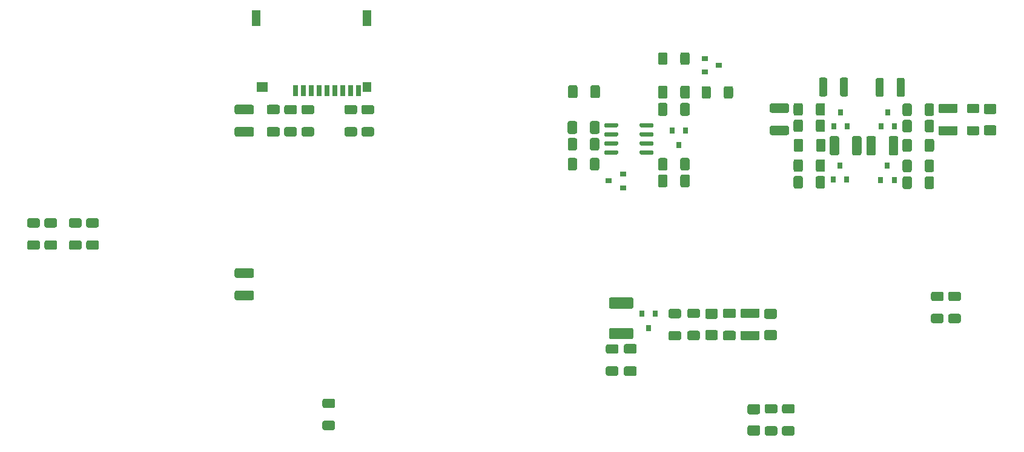
<source format=gbr>
%TF.GenerationSoftware,KiCad,Pcbnew,5.1.12-5.1.12*%
%TF.CreationDate,2022-01-05T19:05:45+02:00*%
%TF.ProjectId,gb_1_0_pico,67625f31-5f30-45f7-9069-636f2e6b6963,rev?*%
%TF.SameCoordinates,Original*%
%TF.FileFunction,Paste,Top*%
%TF.FilePolarity,Positive*%
%FSLAX46Y46*%
G04 Gerber Fmt 4.6, Leading zero omitted, Abs format (unit mm)*
G04 Created by KiCad (PCBNEW 5.1.12-5.1.12) date 2022-01-05 19:05:45*
%MOMM*%
%LPD*%
G01*
G04 APERTURE LIST*
%ADD10R,1.200000X2.200000*%
%ADD11R,1.600000X1.400000*%
%ADD12R,1.200000X1.400000*%
%ADD13R,0.700000X1.600000*%
%ADD14R,0.800000X0.900000*%
%ADD15R,0.900000X0.800000*%
G04 APERTURE END LIST*
D10*
%TO.C,XS1*%
X121028000Y-55772000D03*
X136528000Y-55772000D03*
D11*
X121928000Y-65372000D03*
D12*
X136528000Y-65372000D03*
D13*
X135378000Y-65872000D03*
X133178000Y-65872000D03*
X134278000Y-65872000D03*
X132078000Y-65872000D03*
X130978000Y-65872000D03*
X129878000Y-65872000D03*
X126578000Y-65872000D03*
X127678000Y-65872000D03*
X128778000Y-65872000D03*
%TD*%
%TO.C,R5*%
G36*
G01*
X134903000Y-69204000D02*
X133653000Y-69204000D01*
G75*
G02*
X133403000Y-68954000I0J250000D01*
G01*
X133403000Y-68154000D01*
G75*
G02*
X133653000Y-67904000I250000J0D01*
G01*
X134903000Y-67904000D01*
G75*
G02*
X135153000Y-68154000I0J-250000D01*
G01*
X135153000Y-68954000D01*
G75*
G02*
X134903000Y-69204000I-250000J0D01*
G01*
G37*
G36*
G01*
X134903000Y-72304000D02*
X133653000Y-72304000D01*
G75*
G02*
X133403000Y-72054000I0J250000D01*
G01*
X133403000Y-71254000D01*
G75*
G02*
X133653000Y-71004000I250000J0D01*
G01*
X134903000Y-71004000D01*
G75*
G02*
X135153000Y-71254000I0J-250000D01*
G01*
X135153000Y-72054000D01*
G75*
G02*
X134903000Y-72304000I-250000J0D01*
G01*
G37*
%TD*%
%TO.C,R7*%
G36*
G01*
X126482000Y-72304000D02*
X125232000Y-72304000D01*
G75*
G02*
X124982000Y-72054000I0J250000D01*
G01*
X124982000Y-71254000D01*
G75*
G02*
X125232000Y-71004000I250000J0D01*
G01*
X126482000Y-71004000D01*
G75*
G02*
X126732000Y-71254000I0J-250000D01*
G01*
X126732000Y-72054000D01*
G75*
G02*
X126482000Y-72304000I-250000J0D01*
G01*
G37*
G36*
G01*
X126482000Y-69204000D02*
X125232000Y-69204000D01*
G75*
G02*
X124982000Y-68954000I0J250000D01*
G01*
X124982000Y-68154000D01*
G75*
G02*
X125232000Y-67904000I250000J0D01*
G01*
X126482000Y-67904000D01*
G75*
G02*
X126732000Y-68154000I0J-250000D01*
G01*
X126732000Y-68954000D01*
G75*
G02*
X126482000Y-69204000I-250000J0D01*
G01*
G37*
%TD*%
%TO.C,C9*%
G36*
G01*
X122793999Y-71004000D02*
X124094001Y-71004000D01*
G75*
G02*
X124344000Y-71253999I0J-249999D01*
G01*
X124344000Y-72079001D01*
G75*
G02*
X124094001Y-72329000I-249999J0D01*
G01*
X122793999Y-72329000D01*
G75*
G02*
X122544000Y-72079001I0J249999D01*
G01*
X122544000Y-71253999D01*
G75*
G02*
X122793999Y-71004000I249999J0D01*
G01*
G37*
G36*
G01*
X122793999Y-67879000D02*
X124094001Y-67879000D01*
G75*
G02*
X124344000Y-68128999I0J-249999D01*
G01*
X124344000Y-68954001D01*
G75*
G02*
X124094001Y-69204000I-249999J0D01*
G01*
X122793999Y-69204000D01*
G75*
G02*
X122544000Y-68954001I0J249999D01*
G01*
X122544000Y-68128999D01*
G75*
G02*
X122793999Y-67879000I249999J0D01*
G01*
G37*
%TD*%
%TO.C,R6*%
G36*
G01*
X128895000Y-72304000D02*
X127645000Y-72304000D01*
G75*
G02*
X127395000Y-72054000I0J250000D01*
G01*
X127395000Y-71254000D01*
G75*
G02*
X127645000Y-71004000I250000J0D01*
G01*
X128895000Y-71004000D01*
G75*
G02*
X129145000Y-71254000I0J-250000D01*
G01*
X129145000Y-72054000D01*
G75*
G02*
X128895000Y-72304000I-250000J0D01*
G01*
G37*
G36*
G01*
X128895000Y-69204000D02*
X127645000Y-69204000D01*
G75*
G02*
X127395000Y-68954000I0J250000D01*
G01*
X127395000Y-68154000D01*
G75*
G02*
X127645000Y-67904000I250000J0D01*
G01*
X128895000Y-67904000D01*
G75*
G02*
X129145000Y-68154000I0J-250000D01*
G01*
X129145000Y-68954000D01*
G75*
G02*
X128895000Y-69204000I-250000J0D01*
G01*
G37*
%TD*%
%TO.C,R3*%
G36*
G01*
X193665000Y-111114000D02*
X192415000Y-111114000D01*
G75*
G02*
X192165000Y-110864000I0J250000D01*
G01*
X192165000Y-110064000D01*
G75*
G02*
X192415000Y-109814000I250000J0D01*
G01*
X193665000Y-109814000D01*
G75*
G02*
X193915000Y-110064000I0J-250000D01*
G01*
X193915000Y-110864000D01*
G75*
G02*
X193665000Y-111114000I-250000J0D01*
G01*
G37*
G36*
G01*
X193665000Y-114214000D02*
X192415000Y-114214000D01*
G75*
G02*
X192165000Y-113964000I0J250000D01*
G01*
X192165000Y-113164000D01*
G75*
G02*
X192415000Y-112914000I250000J0D01*
G01*
X193665000Y-112914000D01*
G75*
G02*
X193915000Y-113164000I0J-250000D01*
G01*
X193915000Y-113964000D01*
G75*
G02*
X193665000Y-114214000I-250000J0D01*
G01*
G37*
%TD*%
%TO.C,D2*%
G36*
G01*
X191252000Y-111239000D02*
X190002000Y-111239000D01*
G75*
G02*
X189752000Y-110989000I0J250000D01*
G01*
X189752000Y-110064000D01*
G75*
G02*
X190002000Y-109814000I250000J0D01*
G01*
X191252000Y-109814000D01*
G75*
G02*
X191502000Y-110064000I0J-250000D01*
G01*
X191502000Y-110989000D01*
G75*
G02*
X191252000Y-111239000I-250000J0D01*
G01*
G37*
G36*
G01*
X191252000Y-114214000D02*
X190002000Y-114214000D01*
G75*
G02*
X189752000Y-113964000I0J250000D01*
G01*
X189752000Y-113039000D01*
G75*
G02*
X190002000Y-112789000I250000J0D01*
G01*
X191252000Y-112789000D01*
G75*
G02*
X191502000Y-113039000I0J-250000D01*
G01*
X191502000Y-113964000D01*
G75*
G02*
X191252000Y-114214000I-250000J0D01*
G01*
G37*
%TD*%
%TO.C,C2*%
G36*
G01*
X186553999Y-96421000D02*
X187854001Y-96421000D01*
G75*
G02*
X188104000Y-96670999I0J-249999D01*
G01*
X188104000Y-97496001D01*
G75*
G02*
X187854001Y-97746000I-249999J0D01*
G01*
X186553999Y-97746000D01*
G75*
G02*
X186304000Y-97496001I0J249999D01*
G01*
X186304000Y-96670999D01*
G75*
G02*
X186553999Y-96421000I249999J0D01*
G01*
G37*
G36*
G01*
X186553999Y-99546000D02*
X187854001Y-99546000D01*
G75*
G02*
X188104000Y-99795999I0J-249999D01*
G01*
X188104000Y-100621001D01*
G75*
G02*
X187854001Y-100871000I-249999J0D01*
G01*
X186553999Y-100871000D01*
G75*
G02*
X186304000Y-100621001I0J249999D01*
G01*
X186304000Y-99795999D01*
G75*
G02*
X186553999Y-99546000I249999J0D01*
G01*
G37*
%TD*%
%TO.C,C4*%
G36*
G01*
X164653000Y-66690001D02*
X164653000Y-65389999D01*
G75*
G02*
X164902999Y-65140000I249999J0D01*
G01*
X165728001Y-65140000D01*
G75*
G02*
X165978000Y-65389999I0J-249999D01*
G01*
X165978000Y-66690001D01*
G75*
G02*
X165728001Y-66940000I-249999J0D01*
G01*
X164902999Y-66940000D01*
G75*
G02*
X164653000Y-66690001I0J249999D01*
G01*
G37*
G36*
G01*
X167778000Y-66690001D02*
X167778000Y-65389999D01*
G75*
G02*
X168027999Y-65140000I249999J0D01*
G01*
X168853001Y-65140000D01*
G75*
G02*
X169103000Y-65389999I0J-249999D01*
G01*
X169103000Y-66690001D01*
G75*
G02*
X168853001Y-66940000I-249999J0D01*
G01*
X168027999Y-66940000D01*
G75*
G02*
X167778000Y-66690001I0J249999D01*
G01*
G37*
%TD*%
%TO.C,C5*%
G36*
G01*
X174005001Y-102732000D02*
X172704999Y-102732000D01*
G75*
G02*
X172455000Y-102482001I0J249999D01*
G01*
X172455000Y-101656999D01*
G75*
G02*
X172704999Y-101407000I249999J0D01*
G01*
X174005001Y-101407000D01*
G75*
G02*
X174255000Y-101656999I0J-249999D01*
G01*
X174255000Y-102482001D01*
G75*
G02*
X174005001Y-102732000I-249999J0D01*
G01*
G37*
G36*
G01*
X174005001Y-105857000D02*
X172704999Y-105857000D01*
G75*
G02*
X172455000Y-105607001I0J249999D01*
G01*
X172455000Y-104781999D01*
G75*
G02*
X172704999Y-104532000I249999J0D01*
G01*
X174005001Y-104532000D01*
G75*
G02*
X174255000Y-104781999I0J-249999D01*
G01*
X174255000Y-105607001D01*
G75*
G02*
X174005001Y-105857000I-249999J0D01*
G01*
G37*
%TD*%
%TO.C,D1*%
G36*
G01*
X185329000Y-100846000D02*
X184079000Y-100846000D01*
G75*
G02*
X183829000Y-100596000I0J250000D01*
G01*
X183829000Y-99671000D01*
G75*
G02*
X184079000Y-99421000I250000J0D01*
G01*
X185329000Y-99421000D01*
G75*
G02*
X185579000Y-99671000I0J-250000D01*
G01*
X185579000Y-100596000D01*
G75*
G02*
X185329000Y-100846000I-250000J0D01*
G01*
G37*
G36*
G01*
X185329000Y-97871000D02*
X184079000Y-97871000D01*
G75*
G02*
X183829000Y-97621000I0J250000D01*
G01*
X183829000Y-96696000D01*
G75*
G02*
X184079000Y-96446000I250000J0D01*
G01*
X185329000Y-96446000D01*
G75*
G02*
X185579000Y-96696000I0J-250000D01*
G01*
X185579000Y-97621000D01*
G75*
G02*
X185329000Y-97871000I-250000J0D01*
G01*
G37*
%TD*%
%TO.C,F1*%
G36*
G01*
X192341000Y-96446000D02*
X193591000Y-96446000D01*
G75*
G02*
X193841000Y-96696000I0J-250000D01*
G01*
X193841000Y-97621000D01*
G75*
G02*
X193591000Y-97871000I-250000J0D01*
G01*
X192341000Y-97871000D01*
G75*
G02*
X192091000Y-97621000I0J250000D01*
G01*
X192091000Y-96696000D01*
G75*
G02*
X192341000Y-96446000I250000J0D01*
G01*
G37*
G36*
G01*
X192341000Y-99421000D02*
X193591000Y-99421000D01*
G75*
G02*
X193841000Y-99671000I0J-250000D01*
G01*
X193841000Y-100596000D01*
G75*
G02*
X193591000Y-100846000I-250000J0D01*
G01*
X192341000Y-100846000D01*
G75*
G02*
X192091000Y-100596000I0J250000D01*
G01*
X192091000Y-99671000D01*
G75*
G02*
X192341000Y-99421000I250000J0D01*
G01*
G37*
%TD*%
D14*
%TO.C,Q1*%
X176845000Y-97171000D03*
X174945000Y-97171000D03*
X175895000Y-99171000D03*
%TD*%
%TO.C,R1*%
G36*
G01*
X180203000Y-97779000D02*
X178953000Y-97779000D01*
G75*
G02*
X178703000Y-97529000I0J250000D01*
G01*
X178703000Y-96729000D01*
G75*
G02*
X178953000Y-96479000I250000J0D01*
G01*
X180203000Y-96479000D01*
G75*
G02*
X180453000Y-96729000I0J-250000D01*
G01*
X180453000Y-97529000D01*
G75*
G02*
X180203000Y-97779000I-250000J0D01*
G01*
G37*
G36*
G01*
X180203000Y-100879000D02*
X178953000Y-100879000D01*
G75*
G02*
X178703000Y-100629000I0J250000D01*
G01*
X178703000Y-99829000D01*
G75*
G02*
X178953000Y-99579000I250000J0D01*
G01*
X180203000Y-99579000D01*
G75*
G02*
X180453000Y-99829000I0J-250000D01*
G01*
X180453000Y-100629000D01*
G75*
G02*
X180203000Y-100879000I-250000J0D01*
G01*
G37*
%TD*%
%TO.C,R2*%
G36*
G01*
X182829000Y-97746000D02*
X181579000Y-97746000D01*
G75*
G02*
X181329000Y-97496000I0J250000D01*
G01*
X181329000Y-96696000D01*
G75*
G02*
X181579000Y-96446000I250000J0D01*
G01*
X182829000Y-96446000D01*
G75*
G02*
X183079000Y-96696000I0J-250000D01*
G01*
X183079000Y-97496000D01*
G75*
G02*
X182829000Y-97746000I-250000J0D01*
G01*
G37*
G36*
G01*
X182829000Y-100846000D02*
X181579000Y-100846000D01*
G75*
G02*
X181329000Y-100596000I0J250000D01*
G01*
X181329000Y-99796000D01*
G75*
G02*
X181579000Y-99546000I250000J0D01*
G01*
X182829000Y-99546000D01*
G75*
G02*
X183079000Y-99796000I0J-250000D01*
G01*
X183079000Y-100596000D01*
G75*
G02*
X182829000Y-100846000I-250000J0D01*
G01*
G37*
%TD*%
%TO.C,R4*%
G36*
G01*
X171440000Y-105832000D02*
X170190000Y-105832000D01*
G75*
G02*
X169940000Y-105582000I0J250000D01*
G01*
X169940000Y-104782000D01*
G75*
G02*
X170190000Y-104532000I250000J0D01*
G01*
X171440000Y-104532000D01*
G75*
G02*
X171690000Y-104782000I0J-250000D01*
G01*
X171690000Y-105582000D01*
G75*
G02*
X171440000Y-105832000I-250000J0D01*
G01*
G37*
G36*
G01*
X171440000Y-102732000D02*
X170190000Y-102732000D01*
G75*
G02*
X169940000Y-102482000I0J250000D01*
G01*
X169940000Y-101682000D01*
G75*
G02*
X170190000Y-101432000I250000J0D01*
G01*
X171440000Y-101432000D01*
G75*
G02*
X171690000Y-101682000I0J-250000D01*
G01*
X171690000Y-102482000D01*
G75*
G02*
X171440000Y-102732000I-250000J0D01*
G01*
G37*
%TD*%
%TO.C,R11*%
G36*
G01*
X181651000Y-60779500D02*
X181651000Y-62029500D01*
G75*
G02*
X181401000Y-62279500I-250000J0D01*
G01*
X180601000Y-62279500D01*
G75*
G02*
X180351000Y-62029500I0J250000D01*
G01*
X180351000Y-60779500D01*
G75*
G02*
X180601000Y-60529500I250000J0D01*
G01*
X181401000Y-60529500D01*
G75*
G02*
X181651000Y-60779500I0J-250000D01*
G01*
G37*
G36*
G01*
X178551000Y-60779500D02*
X178551000Y-62029500D01*
G75*
G02*
X178301000Y-62279500I-250000J0D01*
G01*
X177501000Y-62279500D01*
G75*
G02*
X177251000Y-62029500I0J250000D01*
G01*
X177251000Y-60779500D01*
G75*
G02*
X177501000Y-60529500I250000J0D01*
G01*
X178301000Y-60529500D01*
G75*
G02*
X178551000Y-60779500I0J-250000D01*
G01*
G37*
%TD*%
%TO.C,R12*%
G36*
G01*
X186421600Y-66766600D02*
X186421600Y-65516600D01*
G75*
G02*
X186671600Y-65266600I250000J0D01*
G01*
X187471600Y-65266600D01*
G75*
G02*
X187721600Y-65516600I0J-250000D01*
G01*
X187721600Y-66766600D01*
G75*
G02*
X187471600Y-67016600I-250000J0D01*
G01*
X186671600Y-67016600D01*
G75*
G02*
X186421600Y-66766600I0J250000D01*
G01*
G37*
G36*
G01*
X183321600Y-66766600D02*
X183321600Y-65516600D01*
G75*
G02*
X183571600Y-65266600I250000J0D01*
G01*
X184371600Y-65266600D01*
G75*
G02*
X184621600Y-65516600I0J-250000D01*
G01*
X184621600Y-66766600D01*
G75*
G02*
X184371600Y-67016600I-250000J0D01*
G01*
X183571600Y-67016600D01*
G75*
G02*
X183321600Y-66766600I0J250000D01*
G01*
G37*
%TD*%
%TO.C,C3*%
G36*
G01*
X170634999Y-94865000D02*
X173535001Y-94865000D01*
G75*
G02*
X173785000Y-95114999I0J-249999D01*
G01*
X173785000Y-96190001D01*
G75*
G02*
X173535001Y-96440000I-249999J0D01*
G01*
X170634999Y-96440000D01*
G75*
G02*
X170385000Y-96190001I0J249999D01*
G01*
X170385000Y-95114999D01*
G75*
G02*
X170634999Y-94865000I249999J0D01*
G01*
G37*
G36*
G01*
X170634999Y-99140000D02*
X173535001Y-99140000D01*
G75*
G02*
X173785000Y-99389999I0J-249999D01*
G01*
X173785000Y-100465001D01*
G75*
G02*
X173535001Y-100715000I-249999J0D01*
G01*
X170634999Y-100715000D01*
G75*
G02*
X170385000Y-100465001I0J249999D01*
G01*
X170385000Y-99389999D01*
G75*
G02*
X170634999Y-99140000I249999J0D01*
G01*
G37*
%TD*%
%TO.C,R8*%
G36*
G01*
X95133000Y-86879000D02*
X96383000Y-86879000D01*
G75*
G02*
X96633000Y-87129000I0J-250000D01*
G01*
X96633000Y-87929000D01*
G75*
G02*
X96383000Y-88179000I-250000J0D01*
G01*
X95133000Y-88179000D01*
G75*
G02*
X94883000Y-87929000I0J250000D01*
G01*
X94883000Y-87129000D01*
G75*
G02*
X95133000Y-86879000I250000J0D01*
G01*
G37*
G36*
G01*
X95133000Y-83779000D02*
X96383000Y-83779000D01*
G75*
G02*
X96633000Y-84029000I0J-250000D01*
G01*
X96633000Y-84829000D01*
G75*
G02*
X96383000Y-85079000I-250000J0D01*
G01*
X95133000Y-85079000D01*
G75*
G02*
X94883000Y-84829000I0J250000D01*
G01*
X94883000Y-84029000D01*
G75*
G02*
X95133000Y-83779000I250000J0D01*
G01*
G37*
%TD*%
%TO.C,R13*%
G36*
G01*
X92954000Y-88179000D02*
X91704000Y-88179000D01*
G75*
G02*
X91454000Y-87929000I0J250000D01*
G01*
X91454000Y-87129000D01*
G75*
G02*
X91704000Y-86879000I250000J0D01*
G01*
X92954000Y-86879000D01*
G75*
G02*
X93204000Y-87129000I0J-250000D01*
G01*
X93204000Y-87929000D01*
G75*
G02*
X92954000Y-88179000I-250000J0D01*
G01*
G37*
G36*
G01*
X92954000Y-85079000D02*
X91704000Y-85079000D01*
G75*
G02*
X91454000Y-84829000I0J250000D01*
G01*
X91454000Y-84029000D01*
G75*
G02*
X91704000Y-83779000I250000J0D01*
G01*
X92954000Y-83779000D01*
G75*
G02*
X93204000Y-84029000I0J-250000D01*
G01*
X93204000Y-84829000D01*
G75*
G02*
X92954000Y-85079000I-250000J0D01*
G01*
G37*
%TD*%
%TO.C,R14*%
G36*
G01*
X90541000Y-85079000D02*
X89291000Y-85079000D01*
G75*
G02*
X89041000Y-84829000I0J250000D01*
G01*
X89041000Y-84029000D01*
G75*
G02*
X89291000Y-83779000I250000J0D01*
G01*
X90541000Y-83779000D01*
G75*
G02*
X90791000Y-84029000I0J-250000D01*
G01*
X90791000Y-84829000D01*
G75*
G02*
X90541000Y-85079000I-250000J0D01*
G01*
G37*
G36*
G01*
X90541000Y-88179000D02*
X89291000Y-88179000D01*
G75*
G02*
X89041000Y-87929000I0J250000D01*
G01*
X89041000Y-87129000D01*
G75*
G02*
X89291000Y-86879000I250000J0D01*
G01*
X90541000Y-86879000D01*
G75*
G02*
X90791000Y-87129000I0J-250000D01*
G01*
X90791000Y-87929000D01*
G75*
G02*
X90541000Y-88179000I-250000J0D01*
G01*
G37*
%TD*%
%TO.C,R15*%
G36*
G01*
X98796000Y-88179000D02*
X97546000Y-88179000D01*
G75*
G02*
X97296000Y-87929000I0J250000D01*
G01*
X97296000Y-87129000D01*
G75*
G02*
X97546000Y-86879000I250000J0D01*
G01*
X98796000Y-86879000D01*
G75*
G02*
X99046000Y-87129000I0J-250000D01*
G01*
X99046000Y-87929000D01*
G75*
G02*
X98796000Y-88179000I-250000J0D01*
G01*
G37*
G36*
G01*
X98796000Y-85079000D02*
X97546000Y-85079000D01*
G75*
G02*
X97296000Y-84829000I0J250000D01*
G01*
X97296000Y-84029000D01*
G75*
G02*
X97546000Y-83779000I250000J0D01*
G01*
X98796000Y-83779000D01*
G75*
G02*
X99046000Y-84029000I0J-250000D01*
G01*
X99046000Y-84829000D01*
G75*
G02*
X98796000Y-85079000I-250000J0D01*
G01*
G37*
%TD*%
%TO.C,R16*%
G36*
G01*
X218069000Y-97166000D02*
X219319000Y-97166000D01*
G75*
G02*
X219569000Y-97416000I0J-250000D01*
G01*
X219569000Y-98216000D01*
G75*
G02*
X219319000Y-98466000I-250000J0D01*
G01*
X218069000Y-98466000D01*
G75*
G02*
X217819000Y-98216000I0J250000D01*
G01*
X217819000Y-97416000D01*
G75*
G02*
X218069000Y-97166000I250000J0D01*
G01*
G37*
G36*
G01*
X218069000Y-94066000D02*
X219319000Y-94066000D01*
G75*
G02*
X219569000Y-94316000I0J-250000D01*
G01*
X219569000Y-95116000D01*
G75*
G02*
X219319000Y-95366000I-250000J0D01*
G01*
X218069000Y-95366000D01*
G75*
G02*
X217819000Y-95116000I0J250000D01*
G01*
X217819000Y-94316000D01*
G75*
G02*
X218069000Y-94066000I250000J0D01*
G01*
G37*
%TD*%
%TO.C,R17*%
G36*
G01*
X215656000Y-94066000D02*
X216906000Y-94066000D01*
G75*
G02*
X217156000Y-94316000I0J-250000D01*
G01*
X217156000Y-95116000D01*
G75*
G02*
X216906000Y-95366000I-250000J0D01*
G01*
X215656000Y-95366000D01*
G75*
G02*
X215406000Y-95116000I0J250000D01*
G01*
X215406000Y-94316000D01*
G75*
G02*
X215656000Y-94066000I250000J0D01*
G01*
G37*
G36*
G01*
X215656000Y-97166000D02*
X216906000Y-97166000D01*
G75*
G02*
X217156000Y-97416000I0J-250000D01*
G01*
X217156000Y-98216000D01*
G75*
G02*
X216906000Y-98466000I-250000J0D01*
G01*
X215656000Y-98466000D01*
G75*
G02*
X215406000Y-98216000I0J250000D01*
G01*
X215406000Y-97416000D01*
G75*
G02*
X215656000Y-97166000I250000J0D01*
G01*
G37*
%TD*%
%TO.C,R18*%
G36*
G01*
X131816000Y-113452000D02*
X130566000Y-113452000D01*
G75*
G02*
X130316000Y-113202000I0J250000D01*
G01*
X130316000Y-112402000D01*
G75*
G02*
X130566000Y-112152000I250000J0D01*
G01*
X131816000Y-112152000D01*
G75*
G02*
X132066000Y-112402000I0J-250000D01*
G01*
X132066000Y-113202000D01*
G75*
G02*
X131816000Y-113452000I-250000J0D01*
G01*
G37*
G36*
G01*
X131816000Y-110352000D02*
X130566000Y-110352000D01*
G75*
G02*
X130316000Y-110102000I0J250000D01*
G01*
X130316000Y-109302000D01*
G75*
G02*
X130566000Y-109052000I250000J0D01*
G01*
X131816000Y-109052000D01*
G75*
G02*
X132066000Y-109302000I0J-250000D01*
G01*
X132066000Y-110102000D01*
G75*
G02*
X131816000Y-110352000I-250000J0D01*
G01*
G37*
%TD*%
%TO.C,R19*%
G36*
G01*
X137277000Y-69204000D02*
X136027000Y-69204000D01*
G75*
G02*
X135777000Y-68954000I0J250000D01*
G01*
X135777000Y-68154000D01*
G75*
G02*
X136027000Y-67904000I250000J0D01*
G01*
X137277000Y-67904000D01*
G75*
G02*
X137527000Y-68154000I0J-250000D01*
G01*
X137527000Y-68954000D01*
G75*
G02*
X137277000Y-69204000I-250000J0D01*
G01*
G37*
G36*
G01*
X137277000Y-72304000D02*
X136027000Y-72304000D01*
G75*
G02*
X135777000Y-72054000I0J250000D01*
G01*
X135777000Y-71254000D01*
G75*
G02*
X136027000Y-71004000I250000J0D01*
G01*
X137277000Y-71004000D01*
G75*
G02*
X137527000Y-71254000I0J-250000D01*
G01*
X137527000Y-72054000D01*
G75*
G02*
X137277000Y-72304000I-250000J0D01*
G01*
G37*
%TD*%
%TO.C,R20*%
G36*
G01*
X194828000Y-109814000D02*
X196078000Y-109814000D01*
G75*
G02*
X196328000Y-110064000I0J-250000D01*
G01*
X196328000Y-110864000D01*
G75*
G02*
X196078000Y-111114000I-250000J0D01*
G01*
X194828000Y-111114000D01*
G75*
G02*
X194578000Y-110864000I0J250000D01*
G01*
X194578000Y-110064000D01*
G75*
G02*
X194828000Y-109814000I250000J0D01*
G01*
G37*
G36*
G01*
X194828000Y-112914000D02*
X196078000Y-112914000D01*
G75*
G02*
X196328000Y-113164000I0J-250000D01*
G01*
X196328000Y-113964000D01*
G75*
G02*
X196078000Y-114214000I-250000J0D01*
G01*
X194828000Y-114214000D01*
G75*
G02*
X194578000Y-113964000I0J250000D01*
G01*
X194578000Y-113164000D01*
G75*
G02*
X194828000Y-112914000I250000J0D01*
G01*
G37*
%TD*%
%TO.C,C10*%
G36*
G01*
X165914500Y-70406499D02*
X165914500Y-71706501D01*
G75*
G02*
X165664501Y-71956500I-249999J0D01*
G01*
X164839499Y-71956500D01*
G75*
G02*
X164589500Y-71706501I0J249999D01*
G01*
X164589500Y-70406499D01*
G75*
G02*
X164839499Y-70156500I249999J0D01*
G01*
X165664501Y-70156500D01*
G75*
G02*
X165914500Y-70406499I0J-249999D01*
G01*
G37*
G36*
G01*
X169039500Y-70406499D02*
X169039500Y-71706501D01*
G75*
G02*
X168789501Y-71956500I-249999J0D01*
G01*
X167964499Y-71956500D01*
G75*
G02*
X167714500Y-71706501I0J249999D01*
G01*
X167714500Y-70406499D01*
G75*
G02*
X167964499Y-70156500I249999J0D01*
G01*
X168789501Y-70156500D01*
G75*
G02*
X169039500Y-70406499I0J-249999D01*
G01*
G37*
%TD*%
%TO.C,C11*%
G36*
G01*
X177226000Y-79186801D02*
X177226000Y-77886799D01*
G75*
G02*
X177475999Y-77636800I249999J0D01*
G01*
X178301001Y-77636800D01*
G75*
G02*
X178551000Y-77886799I0J-249999D01*
G01*
X178551000Y-79186801D01*
G75*
G02*
X178301001Y-79436800I-249999J0D01*
G01*
X177475999Y-79436800D01*
G75*
G02*
X177226000Y-79186801I0J249999D01*
G01*
G37*
G36*
G01*
X180351000Y-79186801D02*
X180351000Y-77886799D01*
G75*
G02*
X180600999Y-77636800I249999J0D01*
G01*
X181426001Y-77636800D01*
G75*
G02*
X181676000Y-77886799I0J-249999D01*
G01*
X181676000Y-79186801D01*
G75*
G02*
X181426001Y-79436800I-249999J0D01*
G01*
X180600999Y-79436800D01*
G75*
G02*
X180351000Y-79186801I0J249999D01*
G01*
G37*
%TD*%
%TO.C,C12*%
G36*
G01*
X180351000Y-66753501D02*
X180351000Y-65453499D01*
G75*
G02*
X180600999Y-65203500I249999J0D01*
G01*
X181426001Y-65203500D01*
G75*
G02*
X181676000Y-65453499I0J-249999D01*
G01*
X181676000Y-66753501D01*
G75*
G02*
X181426001Y-67003500I-249999J0D01*
G01*
X180600999Y-67003500D01*
G75*
G02*
X180351000Y-66753501I0J249999D01*
G01*
G37*
G36*
G01*
X177226000Y-66753501D02*
X177226000Y-65453499D01*
G75*
G02*
X177475999Y-65203500I249999J0D01*
G01*
X178301001Y-65203500D01*
G75*
G02*
X178551000Y-65453499I0J-249999D01*
G01*
X178551000Y-66753501D01*
G75*
G02*
X178301001Y-67003500I-249999J0D01*
G01*
X177475999Y-67003500D01*
G75*
G02*
X177226000Y-66753501I0J249999D01*
G01*
G37*
%TD*%
%TO.C,C13*%
G36*
G01*
X177226000Y-69166501D02*
X177226000Y-67866499D01*
G75*
G02*
X177475999Y-67616500I249999J0D01*
G01*
X178301001Y-67616500D01*
G75*
G02*
X178551000Y-67866499I0J-249999D01*
G01*
X178551000Y-69166501D01*
G75*
G02*
X178301001Y-69416500I-249999J0D01*
G01*
X177475999Y-69416500D01*
G75*
G02*
X177226000Y-69166501I0J249999D01*
G01*
G37*
G36*
G01*
X180351000Y-69166501D02*
X180351000Y-67866499D01*
G75*
G02*
X180600999Y-67616500I249999J0D01*
G01*
X181426001Y-67616500D01*
G75*
G02*
X181676000Y-67866499I0J-249999D01*
G01*
X181676000Y-69166501D01*
G75*
G02*
X181426001Y-69416500I-249999J0D01*
G01*
X180600999Y-69416500D01*
G75*
G02*
X180351000Y-69166501I0J249999D01*
G01*
G37*
%TD*%
%TO.C,C14*%
G36*
G01*
X196199800Y-74208401D02*
X196199800Y-72908399D01*
G75*
G02*
X196449799Y-72658400I249999J0D01*
G01*
X197274801Y-72658400D01*
G75*
G02*
X197524800Y-72908399I0J-249999D01*
G01*
X197524800Y-74208401D01*
G75*
G02*
X197274801Y-74458400I-249999J0D01*
G01*
X196449799Y-74458400D01*
G75*
G02*
X196199800Y-74208401I0J249999D01*
G01*
G37*
G36*
G01*
X199324800Y-74208401D02*
X199324800Y-72908399D01*
G75*
G02*
X199574799Y-72658400I249999J0D01*
G01*
X200399801Y-72658400D01*
G75*
G02*
X200649800Y-72908399I0J-249999D01*
G01*
X200649800Y-74208401D01*
G75*
G02*
X200399801Y-74458400I-249999J0D01*
G01*
X199574799Y-74458400D01*
G75*
G02*
X199324800Y-74208401I0J249999D01*
G01*
G37*
%TD*%
%TO.C,C15*%
G36*
G01*
X212714000Y-72908399D02*
X212714000Y-74208401D01*
G75*
G02*
X212464001Y-74458400I-249999J0D01*
G01*
X211638999Y-74458400D01*
G75*
G02*
X211389000Y-74208401I0J249999D01*
G01*
X211389000Y-72908399D01*
G75*
G02*
X211638999Y-72658400I249999J0D01*
G01*
X212464001Y-72658400D01*
G75*
G02*
X212714000Y-72908399I0J-249999D01*
G01*
G37*
G36*
G01*
X215839000Y-72908399D02*
X215839000Y-74208401D01*
G75*
G02*
X215589001Y-74458400I-249999J0D01*
G01*
X214763999Y-74458400D01*
G75*
G02*
X214514000Y-74208401I0J249999D01*
G01*
X214514000Y-72908399D01*
G75*
G02*
X214763999Y-72658400I249999J0D01*
G01*
X215589001Y-72658400D01*
G75*
G02*
X215839000Y-72908399I0J-249999D01*
G01*
G37*
%TD*%
%TO.C,Q3*%
X180136800Y-73491600D03*
X179186800Y-71491600D03*
X181086800Y-71491600D03*
%TD*%
%TO.C,Q5*%
X202742800Y-68900800D03*
X203692800Y-70900800D03*
X201792800Y-70900800D03*
%TD*%
%TO.C,Q6*%
X201691200Y-78368400D03*
X203591200Y-78368400D03*
X202641200Y-76368400D03*
%TD*%
%TO.C,Q7*%
X208396800Y-70900800D03*
X210296800Y-70900800D03*
X209346800Y-68900800D03*
%TD*%
%TO.C,Q8*%
X208346000Y-78419200D03*
X210246000Y-78419200D03*
X209296000Y-76419200D03*
%TD*%
%TO.C,R9*%
G36*
G01*
X164614500Y-76825000D02*
X164614500Y-75575000D01*
G75*
G02*
X164864500Y-75325000I250000J0D01*
G01*
X165664500Y-75325000D01*
G75*
G02*
X165914500Y-75575000I0J-250000D01*
G01*
X165914500Y-76825000D01*
G75*
G02*
X165664500Y-77075000I-250000J0D01*
G01*
X164864500Y-77075000D01*
G75*
G02*
X164614500Y-76825000I0J250000D01*
G01*
G37*
G36*
G01*
X167714500Y-76825000D02*
X167714500Y-75575000D01*
G75*
G02*
X167964500Y-75325000I250000J0D01*
G01*
X168764500Y-75325000D01*
G75*
G02*
X169014500Y-75575000I0J-250000D01*
G01*
X169014500Y-76825000D01*
G75*
G02*
X168764500Y-77075000I-250000J0D01*
G01*
X167964500Y-77075000D01*
G75*
G02*
X167714500Y-76825000I0J250000D01*
G01*
G37*
%TD*%
%TO.C,R10*%
G36*
G01*
X164614500Y-74031000D02*
X164614500Y-72781000D01*
G75*
G02*
X164864500Y-72531000I250000J0D01*
G01*
X165664500Y-72531000D01*
G75*
G02*
X165914500Y-72781000I0J-250000D01*
G01*
X165914500Y-74031000D01*
G75*
G02*
X165664500Y-74281000I-250000J0D01*
G01*
X164864500Y-74281000D01*
G75*
G02*
X164614500Y-74031000I0J250000D01*
G01*
G37*
G36*
G01*
X167714500Y-74031000D02*
X167714500Y-72781000D01*
G75*
G02*
X167964500Y-72531000I250000J0D01*
G01*
X168764500Y-72531000D01*
G75*
G02*
X169014500Y-72781000I0J-250000D01*
G01*
X169014500Y-74031000D01*
G75*
G02*
X168764500Y-74281000I-250000J0D01*
G01*
X167964500Y-74281000D01*
G75*
G02*
X167714500Y-74031000I0J250000D01*
G01*
G37*
%TD*%
%TO.C,R22*%
G36*
G01*
X180351000Y-76825000D02*
X180351000Y-75575000D01*
G75*
G02*
X180601000Y-75325000I250000J0D01*
G01*
X181401000Y-75325000D01*
G75*
G02*
X181651000Y-75575000I0J-250000D01*
G01*
X181651000Y-76825000D01*
G75*
G02*
X181401000Y-77075000I-250000J0D01*
G01*
X180601000Y-77075000D01*
G75*
G02*
X180351000Y-76825000I0J250000D01*
G01*
G37*
G36*
G01*
X177251000Y-76825000D02*
X177251000Y-75575000D01*
G75*
G02*
X177501000Y-75325000I250000J0D01*
G01*
X178301000Y-75325000D01*
G75*
G02*
X178551000Y-75575000I0J-250000D01*
G01*
X178551000Y-76825000D01*
G75*
G02*
X178301000Y-77075000I-250000J0D01*
G01*
X177501000Y-77075000D01*
G75*
G02*
X177251000Y-76825000I0J250000D01*
G01*
G37*
%TD*%
%TO.C,R24*%
G36*
G01*
X196186700Y-69141500D02*
X196186700Y-67891500D01*
G75*
G02*
X196436700Y-67641500I250000J0D01*
G01*
X197236700Y-67641500D01*
G75*
G02*
X197486700Y-67891500I0J-250000D01*
G01*
X197486700Y-69141500D01*
G75*
G02*
X197236700Y-69391500I-250000J0D01*
G01*
X196436700Y-69391500D01*
G75*
G02*
X196186700Y-69141500I0J250000D01*
G01*
G37*
G36*
G01*
X199286700Y-69141500D02*
X199286700Y-67891500D01*
G75*
G02*
X199536700Y-67641500I250000J0D01*
G01*
X200336700Y-67641500D01*
G75*
G02*
X200586700Y-67891500I0J-250000D01*
G01*
X200586700Y-69141500D01*
G75*
G02*
X200336700Y-69391500I-250000J0D01*
G01*
X199536700Y-69391500D01*
G75*
G02*
X199286700Y-69141500I0J250000D01*
G01*
G37*
%TD*%
%TO.C,R25*%
G36*
G01*
X196186700Y-71440200D02*
X196186700Y-70190200D01*
G75*
G02*
X196436700Y-69940200I250000J0D01*
G01*
X197236700Y-69940200D01*
G75*
G02*
X197486700Y-70190200I0J-250000D01*
G01*
X197486700Y-71440200D01*
G75*
G02*
X197236700Y-71690200I-250000J0D01*
G01*
X196436700Y-71690200D01*
G75*
G02*
X196186700Y-71440200I0J250000D01*
G01*
G37*
G36*
G01*
X199286700Y-71440200D02*
X199286700Y-70190200D01*
G75*
G02*
X199536700Y-69940200I250000J0D01*
G01*
X200336700Y-69940200D01*
G75*
G02*
X200586700Y-70190200I0J-250000D01*
G01*
X200586700Y-71440200D01*
G75*
G02*
X200336700Y-71690200I-250000J0D01*
G01*
X199536700Y-71690200D01*
G75*
G02*
X199286700Y-71440200I0J250000D01*
G01*
G37*
%TD*%
%TO.C,R26*%
G36*
G01*
X197486700Y-75765500D02*
X197486700Y-77015500D01*
G75*
G02*
X197236700Y-77265500I-250000J0D01*
G01*
X196436700Y-77265500D01*
G75*
G02*
X196186700Y-77015500I0J250000D01*
G01*
X196186700Y-75765500D01*
G75*
G02*
X196436700Y-75515500I250000J0D01*
G01*
X197236700Y-75515500D01*
G75*
G02*
X197486700Y-75765500I0J-250000D01*
G01*
G37*
G36*
G01*
X200586700Y-75765500D02*
X200586700Y-77015500D01*
G75*
G02*
X200336700Y-77265500I-250000J0D01*
G01*
X199536700Y-77265500D01*
G75*
G02*
X199286700Y-77015500I0J250000D01*
G01*
X199286700Y-75765500D01*
G75*
G02*
X199536700Y-75515500I250000J0D01*
G01*
X200336700Y-75515500D01*
G75*
G02*
X200586700Y-75765500I0J-250000D01*
G01*
G37*
%TD*%
%TO.C,R27*%
G36*
G01*
X200586700Y-78115000D02*
X200586700Y-79365000D01*
G75*
G02*
X200336700Y-79615000I-250000J0D01*
G01*
X199536700Y-79615000D01*
G75*
G02*
X199286700Y-79365000I0J250000D01*
G01*
X199286700Y-78115000D01*
G75*
G02*
X199536700Y-77865000I250000J0D01*
G01*
X200336700Y-77865000D01*
G75*
G02*
X200586700Y-78115000I0J-250000D01*
G01*
G37*
G36*
G01*
X197486700Y-78115000D02*
X197486700Y-79365000D01*
G75*
G02*
X197236700Y-79615000I-250000J0D01*
G01*
X196436700Y-79615000D01*
G75*
G02*
X196186700Y-79365000I0J250000D01*
G01*
X196186700Y-78115000D01*
G75*
G02*
X196436700Y-77865000I250000J0D01*
G01*
X197236700Y-77865000D01*
G75*
G02*
X197486700Y-78115000I0J-250000D01*
G01*
G37*
%TD*%
%TO.C,R28*%
G36*
G01*
X212714000Y-67942300D02*
X212714000Y-69192300D01*
G75*
G02*
X212464000Y-69442300I-250000J0D01*
G01*
X211664000Y-69442300D01*
G75*
G02*
X211414000Y-69192300I0J250000D01*
G01*
X211414000Y-67942300D01*
G75*
G02*
X211664000Y-67692300I250000J0D01*
G01*
X212464000Y-67692300D01*
G75*
G02*
X212714000Y-67942300I0J-250000D01*
G01*
G37*
G36*
G01*
X215814000Y-67942300D02*
X215814000Y-69192300D01*
G75*
G02*
X215564000Y-69442300I-250000J0D01*
G01*
X214764000Y-69442300D01*
G75*
G02*
X214514000Y-69192300I0J250000D01*
G01*
X214514000Y-67942300D01*
G75*
G02*
X214764000Y-67692300I250000J0D01*
G01*
X215564000Y-67692300D01*
G75*
G02*
X215814000Y-67942300I0J-250000D01*
G01*
G37*
%TD*%
%TO.C,R29*%
G36*
G01*
X212714000Y-70241000D02*
X212714000Y-71491000D01*
G75*
G02*
X212464000Y-71741000I-250000J0D01*
G01*
X211664000Y-71741000D01*
G75*
G02*
X211414000Y-71491000I0J250000D01*
G01*
X211414000Y-70241000D01*
G75*
G02*
X211664000Y-69991000I250000J0D01*
G01*
X212464000Y-69991000D01*
G75*
G02*
X212714000Y-70241000I0J-250000D01*
G01*
G37*
G36*
G01*
X215814000Y-70241000D02*
X215814000Y-71491000D01*
G75*
G02*
X215564000Y-71741000I-250000J0D01*
G01*
X214764000Y-71741000D01*
G75*
G02*
X214514000Y-71491000I0J250000D01*
G01*
X214514000Y-70241000D01*
G75*
G02*
X214764000Y-69991000I250000J0D01*
G01*
X215564000Y-69991000D01*
G75*
G02*
X215814000Y-70241000I0J-250000D01*
G01*
G37*
%TD*%
%TO.C,R30*%
G36*
G01*
X214514000Y-77066300D02*
X214514000Y-75816300D01*
G75*
G02*
X214764000Y-75566300I250000J0D01*
G01*
X215564000Y-75566300D01*
G75*
G02*
X215814000Y-75816300I0J-250000D01*
G01*
X215814000Y-77066300D01*
G75*
G02*
X215564000Y-77316300I-250000J0D01*
G01*
X214764000Y-77316300D01*
G75*
G02*
X214514000Y-77066300I0J250000D01*
G01*
G37*
G36*
G01*
X211414000Y-77066300D02*
X211414000Y-75816300D01*
G75*
G02*
X211664000Y-75566300I250000J0D01*
G01*
X212464000Y-75566300D01*
G75*
G02*
X212714000Y-75816300I0J-250000D01*
G01*
X212714000Y-77066300D01*
G75*
G02*
X212464000Y-77316300I-250000J0D01*
G01*
X211664000Y-77316300D01*
G75*
G02*
X211414000Y-77066300I0J250000D01*
G01*
G37*
%TD*%
%TO.C,R31*%
G36*
G01*
X211414000Y-79415800D02*
X211414000Y-78165800D01*
G75*
G02*
X211664000Y-77915800I250000J0D01*
G01*
X212464000Y-77915800D01*
G75*
G02*
X212714000Y-78165800I0J-250000D01*
G01*
X212714000Y-79415800D01*
G75*
G02*
X212464000Y-79665800I-250000J0D01*
G01*
X211664000Y-79665800D01*
G75*
G02*
X211414000Y-79415800I0J250000D01*
G01*
G37*
G36*
G01*
X214514000Y-79415800D02*
X214514000Y-78165800D01*
G75*
G02*
X214764000Y-77915800I250000J0D01*
G01*
X215564000Y-77915800D01*
G75*
G02*
X215814000Y-78165800I0J-250000D01*
G01*
X215814000Y-79415800D01*
G75*
G02*
X215564000Y-79665800I-250000J0D01*
G01*
X214764000Y-79665800D01*
G75*
G02*
X214514000Y-79415800I0J250000D01*
G01*
G37*
%TD*%
%TO.C,U3*%
G36*
G01*
X169714500Y-70889000D02*
X169714500Y-70589000D01*
G75*
G02*
X169864500Y-70439000I150000J0D01*
G01*
X171514500Y-70439000D01*
G75*
G02*
X171664500Y-70589000I0J-150000D01*
G01*
X171664500Y-70889000D01*
G75*
G02*
X171514500Y-71039000I-150000J0D01*
G01*
X169864500Y-71039000D01*
G75*
G02*
X169714500Y-70889000I0J150000D01*
G01*
G37*
G36*
G01*
X169714500Y-72159000D02*
X169714500Y-71859000D01*
G75*
G02*
X169864500Y-71709000I150000J0D01*
G01*
X171514500Y-71709000D01*
G75*
G02*
X171664500Y-71859000I0J-150000D01*
G01*
X171664500Y-72159000D01*
G75*
G02*
X171514500Y-72309000I-150000J0D01*
G01*
X169864500Y-72309000D01*
G75*
G02*
X169714500Y-72159000I0J150000D01*
G01*
G37*
G36*
G01*
X169714500Y-73429000D02*
X169714500Y-73129000D01*
G75*
G02*
X169864500Y-72979000I150000J0D01*
G01*
X171514500Y-72979000D01*
G75*
G02*
X171664500Y-73129000I0J-150000D01*
G01*
X171664500Y-73429000D01*
G75*
G02*
X171514500Y-73579000I-150000J0D01*
G01*
X169864500Y-73579000D01*
G75*
G02*
X169714500Y-73429000I0J150000D01*
G01*
G37*
G36*
G01*
X169714500Y-74699000D02*
X169714500Y-74399000D01*
G75*
G02*
X169864500Y-74249000I150000J0D01*
G01*
X171514500Y-74249000D01*
G75*
G02*
X171664500Y-74399000I0J-150000D01*
G01*
X171664500Y-74699000D01*
G75*
G02*
X171514500Y-74849000I-150000J0D01*
G01*
X169864500Y-74849000D01*
G75*
G02*
X169714500Y-74699000I0J150000D01*
G01*
G37*
G36*
G01*
X174664500Y-74699000D02*
X174664500Y-74399000D01*
G75*
G02*
X174814500Y-74249000I150000J0D01*
G01*
X176464500Y-74249000D01*
G75*
G02*
X176614500Y-74399000I0J-150000D01*
G01*
X176614500Y-74699000D01*
G75*
G02*
X176464500Y-74849000I-150000J0D01*
G01*
X174814500Y-74849000D01*
G75*
G02*
X174664500Y-74699000I0J150000D01*
G01*
G37*
G36*
G01*
X174664500Y-73429000D02*
X174664500Y-73129000D01*
G75*
G02*
X174814500Y-72979000I150000J0D01*
G01*
X176464500Y-72979000D01*
G75*
G02*
X176614500Y-73129000I0J-150000D01*
G01*
X176614500Y-73429000D01*
G75*
G02*
X176464500Y-73579000I-150000J0D01*
G01*
X174814500Y-73579000D01*
G75*
G02*
X174664500Y-73429000I0J150000D01*
G01*
G37*
G36*
G01*
X174664500Y-72159000D02*
X174664500Y-71859000D01*
G75*
G02*
X174814500Y-71709000I150000J0D01*
G01*
X176464500Y-71709000D01*
G75*
G02*
X176614500Y-71859000I0J-150000D01*
G01*
X176614500Y-72159000D01*
G75*
G02*
X176464500Y-72309000I-150000J0D01*
G01*
X174814500Y-72309000D01*
G75*
G02*
X174664500Y-72159000I0J150000D01*
G01*
G37*
G36*
G01*
X174664500Y-70889000D02*
X174664500Y-70589000D01*
G75*
G02*
X174814500Y-70439000I150000J0D01*
G01*
X176464500Y-70439000D01*
G75*
G02*
X176614500Y-70589000I0J-150000D01*
G01*
X176614500Y-70889000D01*
G75*
G02*
X176464500Y-71039000I-150000J0D01*
G01*
X174814500Y-71039000D01*
G75*
G02*
X174664500Y-70889000I0J150000D01*
G01*
G37*
%TD*%
D15*
%TO.C,Q2*%
X170323000Y-78536800D03*
X172323000Y-77586800D03*
X172323000Y-79486800D03*
%TD*%
%TO.C,Q4*%
X183759600Y-61381600D03*
X183759600Y-63281600D03*
X185759600Y-62331600D03*
%TD*%
%TO.C,C16*%
G36*
G01*
X201229000Y-74709201D02*
X201229000Y-72509199D01*
G75*
G02*
X201478999Y-72259200I249999J0D01*
G01*
X202304001Y-72259200D01*
G75*
G02*
X202554000Y-72509199I0J-249999D01*
G01*
X202554000Y-74709201D01*
G75*
G02*
X202304001Y-74959200I-249999J0D01*
G01*
X201478999Y-74959200D01*
G75*
G02*
X201229000Y-74709201I0J249999D01*
G01*
G37*
G36*
G01*
X204354000Y-74709201D02*
X204354000Y-72509199D01*
G75*
G02*
X204603999Y-72259200I249999J0D01*
G01*
X205429001Y-72259200D01*
G75*
G02*
X205679000Y-72509199I0J-249999D01*
G01*
X205679000Y-74709201D01*
G75*
G02*
X205429001Y-74959200I-249999J0D01*
G01*
X204603999Y-74959200D01*
G75*
G02*
X204354000Y-74709201I0J249999D01*
G01*
G37*
%TD*%
%TO.C,C17*%
G36*
G01*
X210809800Y-72509199D02*
X210809800Y-74709201D01*
G75*
G02*
X210559801Y-74959200I-249999J0D01*
G01*
X209734799Y-74959200D01*
G75*
G02*
X209484800Y-74709201I0J249999D01*
G01*
X209484800Y-72509199D01*
G75*
G02*
X209734799Y-72259200I249999J0D01*
G01*
X210559801Y-72259200D01*
G75*
G02*
X210809800Y-72509199I0J-249999D01*
G01*
G37*
G36*
G01*
X207684800Y-72509199D02*
X207684800Y-74709201D01*
G75*
G02*
X207434801Y-74959200I-249999J0D01*
G01*
X206609799Y-74959200D01*
G75*
G02*
X206359800Y-74709201I0J249999D01*
G01*
X206359800Y-72509199D01*
G75*
G02*
X206609799Y-72259200I249999J0D01*
G01*
X207434801Y-72259200D01*
G75*
G02*
X207684800Y-72509199I0J-249999D01*
G01*
G37*
%TD*%
%TO.C,D3*%
G36*
G01*
X223047400Y-67751600D02*
X224297400Y-67751600D01*
G75*
G02*
X224547400Y-68001600I0J-250000D01*
G01*
X224547400Y-68926600D01*
G75*
G02*
X224297400Y-69176600I-250000J0D01*
G01*
X223047400Y-69176600D01*
G75*
G02*
X222797400Y-68926600I0J250000D01*
G01*
X222797400Y-68001600D01*
G75*
G02*
X223047400Y-67751600I250000J0D01*
G01*
G37*
G36*
G01*
X223047400Y-70726600D02*
X224297400Y-70726600D01*
G75*
G02*
X224547400Y-70976600I0J-250000D01*
G01*
X224547400Y-71901600D01*
G75*
G02*
X224297400Y-72151600I-250000J0D01*
G01*
X223047400Y-72151600D01*
G75*
G02*
X222797400Y-71901600I0J250000D01*
G01*
X222797400Y-70976600D01*
G75*
G02*
X223047400Y-70726600I250000J0D01*
G01*
G37*
%TD*%
%TO.C,R21*%
G36*
G01*
X220659800Y-67751600D02*
X221909800Y-67751600D01*
G75*
G02*
X222159800Y-68001600I0J-250000D01*
G01*
X222159800Y-68801600D01*
G75*
G02*
X221909800Y-69051600I-250000J0D01*
G01*
X220659800Y-69051600D01*
G75*
G02*
X220409800Y-68801600I0J250000D01*
G01*
X220409800Y-68001600D01*
G75*
G02*
X220659800Y-67751600I250000J0D01*
G01*
G37*
G36*
G01*
X220659800Y-70851600D02*
X221909800Y-70851600D01*
G75*
G02*
X222159800Y-71101600I0J-250000D01*
G01*
X222159800Y-71901600D01*
G75*
G02*
X221909800Y-72151600I-250000J0D01*
G01*
X220659800Y-72151600D01*
G75*
G02*
X220409800Y-71901600I0J250000D01*
G01*
X220409800Y-71101600D01*
G75*
G02*
X220659800Y-70851600I250000J0D01*
G01*
G37*
%TD*%
%TO.C,R32*%
G36*
G01*
X203802600Y-64304599D02*
X203802600Y-66454601D01*
G75*
G02*
X203552601Y-66704600I-249999J0D01*
G01*
X202927599Y-66704600D01*
G75*
G02*
X202677600Y-66454601I0J249999D01*
G01*
X202677600Y-64304599D01*
G75*
G02*
X202927599Y-64054600I249999J0D01*
G01*
X203552601Y-64054600D01*
G75*
G02*
X203802600Y-64304599I0J-249999D01*
G01*
G37*
G36*
G01*
X200877600Y-64304599D02*
X200877600Y-66454601D01*
G75*
G02*
X200627601Y-66704600I-249999J0D01*
G01*
X200002599Y-66704600D01*
G75*
G02*
X199752600Y-66454601I0J249999D01*
G01*
X199752600Y-64304599D01*
G75*
G02*
X200002599Y-64054600I249999J0D01*
G01*
X200627601Y-64054600D01*
G75*
G02*
X200877600Y-64304599I0J-249999D01*
G01*
G37*
%TD*%
%TO.C,R33*%
G36*
G01*
X210602400Y-66505401D02*
X210602400Y-64355399D01*
G75*
G02*
X210852399Y-64105400I249999J0D01*
G01*
X211477401Y-64105400D01*
G75*
G02*
X211727400Y-64355399I0J-249999D01*
G01*
X211727400Y-66505401D01*
G75*
G02*
X211477401Y-66755400I-249999J0D01*
G01*
X210852399Y-66755400D01*
G75*
G02*
X210602400Y-66505401I0J249999D01*
G01*
G37*
G36*
G01*
X207677400Y-66505401D02*
X207677400Y-64355399D01*
G75*
G02*
X207927399Y-64105400I249999J0D01*
G01*
X208552401Y-64105400D01*
G75*
G02*
X208802400Y-64355399I0J-249999D01*
G01*
X208802400Y-66505401D01*
G75*
G02*
X208552401Y-66755400I-249999J0D01*
G01*
X207927399Y-66755400D01*
G75*
G02*
X207677400Y-66505401I0J249999D01*
G01*
G37*
%TD*%
%TO.C,C1*%
G36*
G01*
X191193601Y-100878600D02*
X188993599Y-100878600D01*
G75*
G02*
X188743600Y-100628601I0J249999D01*
G01*
X188743600Y-99803599D01*
G75*
G02*
X188993599Y-99553600I249999J0D01*
G01*
X191193601Y-99553600D01*
G75*
G02*
X191443600Y-99803599I0J-249999D01*
G01*
X191443600Y-100628601D01*
G75*
G02*
X191193601Y-100878600I-249999J0D01*
G01*
G37*
G36*
G01*
X191193601Y-97753600D02*
X188993599Y-97753600D01*
G75*
G02*
X188743600Y-97503601I0J249999D01*
G01*
X188743600Y-96678599D01*
G75*
G02*
X188993599Y-96428600I249999J0D01*
G01*
X191193601Y-96428600D01*
G75*
G02*
X191443600Y-96678599I0J-249999D01*
G01*
X191443600Y-97503601D01*
G75*
G02*
X191193601Y-97753600I-249999J0D01*
G01*
G37*
%TD*%
%TO.C,C7*%
G36*
G01*
X118279999Y-93914800D02*
X120480001Y-93914800D01*
G75*
G02*
X120730000Y-94164799I0J-249999D01*
G01*
X120730000Y-94989801D01*
G75*
G02*
X120480001Y-95239800I-249999J0D01*
G01*
X118279999Y-95239800D01*
G75*
G02*
X118030000Y-94989801I0J249999D01*
G01*
X118030000Y-94164799D01*
G75*
G02*
X118279999Y-93914800I249999J0D01*
G01*
G37*
G36*
G01*
X118279999Y-90789800D02*
X120480001Y-90789800D01*
G75*
G02*
X120730000Y-91039799I0J-249999D01*
G01*
X120730000Y-91864801D01*
G75*
G02*
X120480001Y-92114800I-249999J0D01*
G01*
X118279999Y-92114800D01*
G75*
G02*
X118030000Y-91864801I0J249999D01*
G01*
X118030000Y-91039799D01*
G75*
G02*
X118279999Y-90789800I249999J0D01*
G01*
G37*
%TD*%
%TO.C,C8*%
G36*
G01*
X118279999Y-67879000D02*
X120480001Y-67879000D01*
G75*
G02*
X120730000Y-68128999I0J-249999D01*
G01*
X120730000Y-68954001D01*
G75*
G02*
X120480001Y-69204000I-249999J0D01*
G01*
X118279999Y-69204000D01*
G75*
G02*
X118030000Y-68954001I0J249999D01*
G01*
X118030000Y-68128999D01*
G75*
G02*
X118279999Y-67879000I249999J0D01*
G01*
G37*
G36*
G01*
X118279999Y-71004000D02*
X120480001Y-71004000D01*
G75*
G02*
X120730000Y-71253999I0J-249999D01*
G01*
X120730000Y-72079001D01*
G75*
G02*
X120480001Y-72329000I-249999J0D01*
G01*
X118279999Y-72329000D01*
G75*
G02*
X118030000Y-72079001I0J249999D01*
G01*
X118030000Y-71253999D01*
G75*
G02*
X118279999Y-71004000I249999J0D01*
G01*
G37*
%TD*%
%TO.C,C18*%
G36*
G01*
X193108399Y-70800800D02*
X195308401Y-70800800D01*
G75*
G02*
X195558400Y-71050799I0J-249999D01*
G01*
X195558400Y-71875801D01*
G75*
G02*
X195308401Y-72125800I-249999J0D01*
G01*
X193108399Y-72125800D01*
G75*
G02*
X192858400Y-71875801I0J249999D01*
G01*
X192858400Y-71050799D01*
G75*
G02*
X193108399Y-70800800I249999J0D01*
G01*
G37*
G36*
G01*
X193108399Y-67675800D02*
X195308401Y-67675800D01*
G75*
G02*
X195558400Y-67925799I0J-249999D01*
G01*
X195558400Y-68750801D01*
G75*
G02*
X195308401Y-69000800I-249999J0D01*
G01*
X193108399Y-69000800D01*
G75*
G02*
X192858400Y-68750801I0J249999D01*
G01*
X192858400Y-67925799D01*
G75*
G02*
X193108399Y-67675800I249999J0D01*
G01*
G37*
%TD*%
%TO.C,C19*%
G36*
G01*
X216679599Y-67726600D02*
X218879601Y-67726600D01*
G75*
G02*
X219129600Y-67976599I0J-249999D01*
G01*
X219129600Y-68801601D01*
G75*
G02*
X218879601Y-69051600I-249999J0D01*
G01*
X216679599Y-69051600D01*
G75*
G02*
X216429600Y-68801601I0J249999D01*
G01*
X216429600Y-67976599D01*
G75*
G02*
X216679599Y-67726600I249999J0D01*
G01*
G37*
G36*
G01*
X216679599Y-70851600D02*
X218879601Y-70851600D01*
G75*
G02*
X219129600Y-71101599I0J-249999D01*
G01*
X219129600Y-71926601D01*
G75*
G02*
X218879601Y-72176600I-249999J0D01*
G01*
X216679599Y-72176600D01*
G75*
G02*
X216429600Y-71926601I0J249999D01*
G01*
X216429600Y-71101599D01*
G75*
G02*
X216679599Y-70851600I249999J0D01*
G01*
G37*
%TD*%
M02*

</source>
